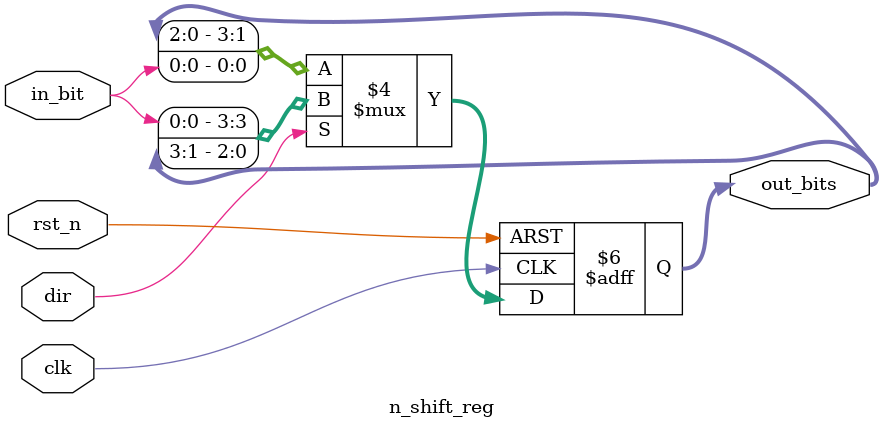
<source format=v>
module n_shift_reg #(
    parameter N = 4
)(
    input wire clk,
    input wire rst_n,
    input wire dir, // 0: left, 1: right
    input wire in_bit,
    output reg [N-1:0] out_bits
);

    always @(posedge clk or negedge rst_n)begin
        if(!rst_n)begin
            out_bits <= {N{1'b0}};
        end else begin
            if(dir)begin
                out_bits <= {in_bit,out_bits[N-1:1]};
            end else begin
                out_bits <= {out_bits[N-2:0],in_bit};
            end
        end
    end

endmodule

</source>
